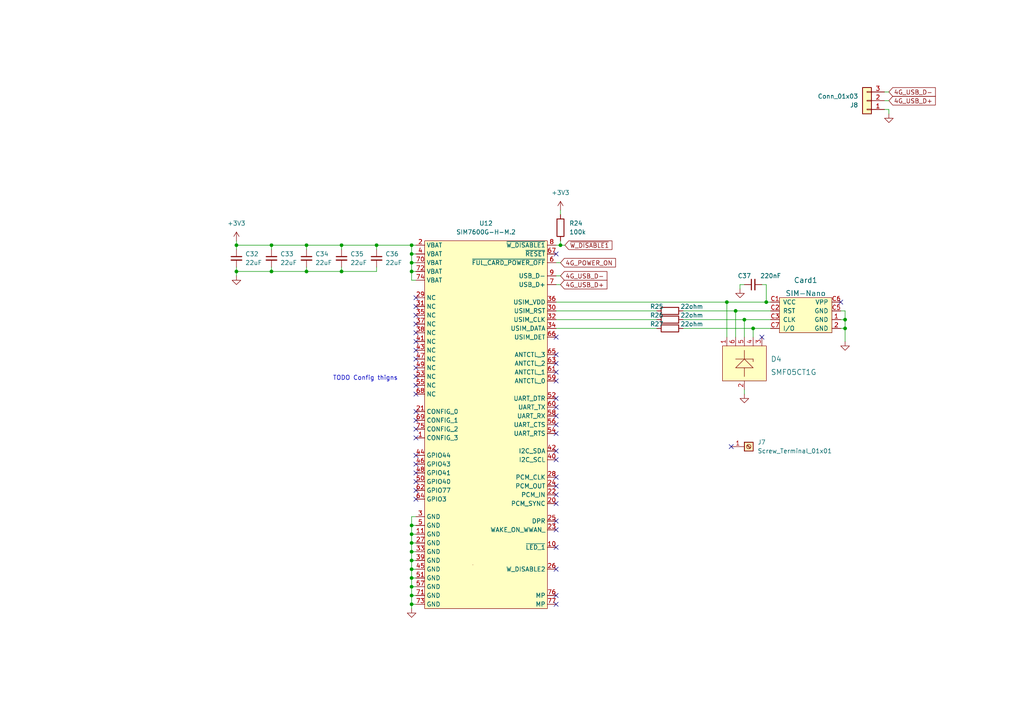
<source format=kicad_sch>
(kicad_sch (version 20230121) (generator eeschema)
  (paper "A4")
  (lib_symbols
    (symbol "Connector:Screw_Terminal_01x01" (pin_names (offset 1.016) hide)
      (property "Reference" "J" (at 0 2.54 0))
      (property "Value" "Screw_Terminal_01x01" (at 0 -2.54 0))
      (symbol "Screw_Terminal_01x01_1_1"
        (rectangle (start -1.27 1.27) (end 1.27 -1.27) (stroke (width 0.254)) (fill (type background)))
        (polyline (pts (xy -0.5334 0.3302) (xy 0.3302 -0.508)) (stroke (width 0.1524)))
        (polyline (pts (xy -0.3556 0.508) (xy 0.508 -0.3302)) (stroke (width 0.1524)))
        (circle (center 0 0) (radius 0.635) (stroke (width 0.1524)))
        (pin passive line (at -5.08 0 0) (length 3.81) (name "Pin_1") (number "1"))
      )
    )
    (symbol "Connector_Generic:Conn_01x03" (pin_names (offset 1.016) hide)
      (property "Reference" "J" (at 0 5.08 0))
      (property "Value" "Conn_01x03" (at 0 -5.08 0))
      (symbol "Conn_01x03_1_1"
        (rectangle (start -1.27 -2.413) (end 0 -2.667) (stroke (width 0.1524)))
        (rectangle (start -1.27 0.127) (end 0 -0.127) (stroke (width 0.1524)))
        (rectangle (start -1.27 2.667) (end 0 2.413) (stroke (width 0.1524)))
        (rectangle (start -1.27 3.81) (end 1.27 -3.81) (stroke (width 0.254)) (fill (type background)))
        (pin passive line (at -5.08 2.54 0) (length 3.81) (name "Pin_1") (number "1"))
        (pin passive line (at -5.08 0 0) (length 3.81) (name "Pin_2") (number "2"))
        (pin passive line (at -5.08 -2.54 0) (length 3.81) (name "Pin_3") (number "3"))
      )
    )
    (symbol "Device:C_Small" (pin_numbers hide) (pin_names (offset 0.254) hide)
      (property "Reference" "C" (at 0.254 1.778 0))
      (property "Value" "C_Small" (at 0.254 -2.032 0))
      (symbol "C_Small_0_1"
        (polyline (pts (xy -1.524 -0.508) (xy 1.524 -0.508)) (stroke (width 0.3302)))
        (polyline (pts (xy -1.524 0.508) (xy 1.524 0.508)) (stroke (width 0.3048)))
      )
      (symbol "C_Small_1_1"
        (pin passive line (at 0 2.54 270) (length 2.032) (name "~") (number "1"))
        (pin passive line (at 0 -2.54 90) (length 2.032) (name "~") (number "2"))
      )
    )
    (symbol "Device:R" (pin_numbers hide) (pin_names (offset 0))
      (property "Reference" "R" (at 2.032 0 90))
      (property "Value" "R" (at 0 0 90))
      (symbol "R_0_1"
        (rectangle (start -1.016 -2.54) (end 1.016 2.54) (stroke (width 0.254)))
      )
      (symbol "R_1_1"
        (pin passive line (at 0 3.81 270) (length 1.27) (name "~") (number "1"))
        (pin passive line (at 0 -3.81 90) (length 1.27) (name "~") (number "2"))
      )
    )
    (symbol "cacophony-symbols:SIM-Nano" (pin_names (offset 1.016))
      (property "Reference" "Card?" (at 0 8.89 0))
      (property "Value" "SIM-Nano" (at 1.27 6.35 0))
      (symbol "SIM-Nano_1_1"
        (rectangle (start -7.62 5.08) (end 7.62 -5.08) (fill (type background)))
        (pin input line (at 10.16 -1.27 180) (length 2.54) (name "GND") (number "1"))
        (pin input line (at 10.16 -3.81 180) (length 2.54) (name "GND") (number "2"))
        (pin unspecified line (at -10.16 3.81 0) (length 2.54) (name "VCC") (number "C1"))
        (pin unspecified line (at -10.16 1.27 0) (length 2.54) (name "RST") (number "C2"))
        (pin unspecified line (at -10.16 -1.27 0) (length 2.54) (name "CLK") (number "C3"))
        (pin unspecified line (at 10.16 1.27 180) (length 2.54) (name "GND") (number "C5"))
        (pin unspecified line (at 10.16 3.81 180) (length 2.54) (name "VPP") (number "C6"))
        (pin unspecified line (at -10.16 -3.81 0) (length 2.54) (name "I/O") (number "C7"))
      )
    )
    (symbol "cacophony-symbols:SIM7600G-H-M.2"
      (property "Reference" "U" (at 0 11.43 0))
      (property "Value" "SIM7600G-H-M.2" (at 0 8.89 0))
      (symbol "SIM7600G-H-M.2_0_1"
        (rectangle (start -12.7 -1.27) (end 22.86 -107.95) (fill (type background)))
        (rectangle (start 1.27 -95.25) (end 1.27 -95.25))
      )
      (symbol "SIM7600G-H-M.2_1_1"
        (pin input line (at -15.24 -58.42 0) (length 2.54) (name "CONFIG_3") (number "1"))
        (pin input line (at 25.4 -90.17 180) (length 2.54) (name "~{LED_1}") (number "10"))
        (pin input line (at -15.24 -86.36 0) (length 2.54) (name "GND") (number "11"))
        (pin input line (at -15.24 -2.54 0) (length 2.54) (name "VBAT") (number "2"))
        (pin input line (at 25.4 -77.47 180) (length 2.54) (name "PCM_SYNC") (number "20"))
        (pin input line (at -15.24 -50.8 0) (length 2.54) (name "CONFIG_0") (number "21"))
        (pin input line (at 25.4 -74.93 180) (length 2.54) (name "PCM_IN") (number "22"))
        (pin input line (at 25.4 -85.09 180) (length 2.54) (name "WAKE_ON_WWAN_") (number "23"))
        (pin input line (at 25.4 -72.39 180) (length 2.54) (name "PCM_OUT") (number "24"))
        (pin input line (at 25.4 -82.55 180) (length 2.54) (name "DPR") (number "25"))
        (pin input line (at 25.4 -96.52 180) (length 2.54) (name "W_DISABLE2") (number "26"))
        (pin input line (at -15.24 -88.9 0) (length 2.54) (name "GND") (number "27"))
        (pin input line (at 25.4 -69.85 180) (length 2.54) (name "PCM_CLK") (number "28"))
        (pin input line (at -15.24 -17.78 0) (length 2.54) (name "NC") (number "29"))
        (pin input line (at -15.24 -81.28 0) (length 2.54) (name "GND") (number "3"))
        (pin input line (at 25.4 -21.59 180) (length 2.54) (name "USIM_RST") (number "30"))
        (pin input line (at -15.24 -20.32 0) (length 2.54) (name "NC") (number "31"))
        (pin input line (at 25.4 -24.13 180) (length 2.54) (name "USIM_CLK") (number "32"))
        (pin input line (at -15.24 -91.44 0) (length 2.54) (name "GND") (number "33"))
        (pin input line (at 25.4 -26.67 180) (length 2.54) (name "USIM_DATA") (number "34"))
        (pin input line (at -15.24 -22.86 0) (length 2.54) (name "NC") (number "35"))
        (pin input line (at 25.4 -19.05 180) (length 2.54) (name "USIM_VDD") (number "36"))
        (pin input line (at -15.24 -25.4 0) (length 2.54) (name "NC") (number "37"))
        (pin input line (at -15.24 -27.94 0) (length 2.54) (name "NC") (number "38"))
        (pin input line (at -15.24 -93.98 0) (length 2.54) (name "GND") (number "39"))
        (pin input line (at -15.24 -5.08 0) (length 2.54) (name "VBAT") (number "4"))
        (pin passive line (at 25.4 -64.77 180) (length 2.54) (name "I2C_SCL") (number "40"))
        (pin input line (at -15.24 -30.48 0) (length 2.54) (name "NC") (number "41"))
        (pin passive line (at 25.4 -62.23 180) (length 2.54) (name "I2C_SDA") (number "42"))
        (pin input line (at -15.24 -33.02 0) (length 2.54) (name "NC") (number "43"))
        (pin input line (at -15.24 -63.5 0) (length 2.54) (name "GPIO44") (number "44"))
        (pin input line (at -15.24 -96.52 0) (length 2.54) (name "GND") (number "45"))
        (pin input line (at -15.24 -66.04 0) (length 2.54) (name "GPIO43") (number "46"))
        (pin input line (at -15.24 -35.56 0) (length 2.54) (name "NC") (number "47"))
        (pin input line (at -15.24 -68.58 0) (length 2.54) (name "GPIO41") (number "48"))
        (pin input line (at -15.24 -38.1 0) (length 2.54) (name "NC") (number "49"))
        (pin input line (at -15.24 -83.82 0) (length 2.54) (name "GND") (number "5"))
        (pin input line (at -15.24 -71.12 0) (length 2.54) (name "GPIO40") (number "50"))
        (pin input line (at -15.24 -99.06 0) (length 2.54) (name "GND") (number "51"))
        (pin input line (at 25.4 -46.99 180) (length 2.54) (name "UART_DTR") (number "52"))
        (pin input line (at -15.24 -40.64 0) (length 2.54) (name "NC") (number "53"))
        (pin input line (at 25.4 -57.15 180) (length 2.54) (name "UART_RTS") (number "54"))
        (pin input line (at -15.24 -43.18 0) (length 2.54) (name "NC") (number "55"))
        (pin input line (at 25.4 -54.61 180) (length 2.54) (name "UART_CTS") (number "56"))
        (pin input line (at -15.24 -101.6 0) (length 2.54) (name "GND") (number "57"))
        (pin passive line (at 25.4 -52.07 180) (length 2.54) (name "UART_RX") (number "58"))
        (pin input line (at 25.4 -41.91 180) (length 2.54) (name "ANTCTL_0") (number "59"))
        (pin input line (at 25.4 -7.62 180) (length 2.54) (name "~{FUL_CARD_POWER_OFF}") (number "6"))
        (pin passive line (at 25.4 -49.53 180) (length 2.54) (name "UART_TX") (number "60"))
        (pin input line (at 25.4 -39.37 180) (length 2.54) (name "ANTCTL_1") (number "61"))
        (pin input line (at -15.24 -73.66 0) (length 2.54) (name "GPIO77") (number "62"))
        (pin input line (at 25.4 -36.83 180) (length 2.54) (name "ANTCTL_2") (number "63"))
        (pin input line (at -15.24 -76.2 0) (length 2.54) (name "GPIO3") (number "64"))
        (pin input line (at 25.4 -34.29 180) (length 2.54) (name "ANTCTL_3") (number "65"))
        (pin input line (at 25.4 -29.21 180) (length 2.54) (name "USIM_DET") (number "66"))
        (pin input line (at 25.4 -5.08 180) (length 2.54) (name "~{RESET}") (number "67"))
        (pin input line (at -15.24 -45.72 0) (length 2.54) (name "NC") (number "68"))
        (pin input line (at -15.24 -53.34 0) (length 2.54) (name "CONFIG_1") (number "69"))
        (pin input line (at 25.4 -13.97 180) (length 2.54) (name "USB_D+") (number "7"))
        (pin input line (at -15.24 -7.62 0) (length 2.54) (name "VBAT") (number "70"))
        (pin input line (at -15.24 -104.14 0) (length 2.54) (name "GND") (number "71"))
        (pin input line (at -15.24 -10.16 0) (length 2.54) (name "VBAT") (number "72"))
        (pin input line (at -15.24 -106.68 0) (length 2.54) (name "GND") (number "73"))
        (pin input line (at -15.24 -12.7 0) (length 2.54) (name "VBAT") (number "74"))
        (pin input line (at -15.24 -55.88 0) (length 2.54) (name "CONFIG_2") (number "75"))
        (pin input line (at 25.4 -104.14 180) (length 2.54) (name "MP") (number "76"))
        (pin input line (at 25.4 -106.68 180) (length 2.54) (name "MP") (number "77"))
        (pin input line (at 25.4 -2.54 180) (length 2.54) (name "~{W_DISABLE1}") (number "8"))
        (pin input line (at 25.4 -11.43 180) (length 2.54) (name "USB_D-") (number "9"))
      )
    )
    (symbol "cacophony-symbols:SMF05CT1G" (pin_names (offset 1.016))
      (property "Reference" "D?" (at 0 12.7 0))
      (property "Value" "SMF05CT1G" (at 0 -12.7 0))
      (symbol "SMF05CT1G_0_1"
        (rectangle (start -6.35 3.81) (end 6.35 -6.35) (fill (type background)))
        (polyline (pts (xy 0 -2.54) (xy 0 -5.08)))
        (polyline (pts (xy 0 0) (xy 0 2.54)))
      )
      (symbol "SMF05CT1G_1_1"
        (polyline (pts (xy -2.54 0) (xy 2.54 0)))
        (polyline (pts (xy 2.54 0) (xy 2.54 -0.762)))
        (polyline (pts (xy 2.54 -2.54) (xy 0 0) (xy -2.54 -2.54) (xy 2.54 -2.54)) (fill (type background)))
        (pin input line (at -5.08 6.35 270) (length 2.54) (name "") (number "1"))
        (pin input line (at 0 -8.89 90) (length 2.54) (name "") (number "2"))
        (pin input line (at 5.08 6.35 270) (length 2.54) (name "") (number "3"))
        (pin input line (at 2.54 6.35 270) (length 2.54) (name "") (number "4"))
        (pin input line (at 0 6.35 270) (length 2.54) (name "") (number "5"))
        (pin input line (at -2.54 6.35 270) (length 2.54) (name "") (number "6"))
      )
    )
    (symbol "power:+3V3" (power) (pin_names (offset 0))
      (property "Value" "+3V3" (at 0 3.556 0))
      (symbol "+3V3_0_1"
        (polyline (pts (xy -0.762 1.27) (xy 0 2.54)))
        (polyline (pts (xy 0 0) (xy 0 2.54)))
        (polyline (pts (xy 0 2.54) (xy 0.762 1.27)))
      )
      (symbol "+3V3_1_1"
        (pin power_in line (at 0 0 90) (length 0) hide (name "+3V3") (number "1"))
      )
    )
    (symbol "power:GND" (power) (pin_names (offset 0))
      (property "Value" "GND" (at 0 -3.81 0))
      (symbol "GND_0_1"
        (polyline (pts (xy 0 0) (xy 0 -1.27) (xy 1.27 -1.27) (xy 0 -2.54) (xy -1.27 -1.27) (xy 0 -1.27)))
      )
      (symbol "GND_1_1"
        (pin power_in line (at 0 0 270) (length 0) hide (name "GND") (number "1"))
      )
    )
  )
  (junction (at 119.38 157.48))
  (junction (at 119.38 175.26))
  (junction (at 88.9 78.74))
  (junction (at 119.38 165.1))
  (junction (at 88.9 71.12))
  (junction (at 99.06 78.74))
  (junction (at 119.38 172.72))
  (junction (at 119.38 78.74))
  (junction (at 99.06 71.12))
  (junction (at 162.56 71.12))
  (junction (at 245.11 92.71))
  (junction (at 213.36 90.17))
  (junction (at 119.38 162.56))
  (junction (at 119.38 167.64))
  (junction (at 109.22 71.12))
  (junction (at 119.38 73.66))
  (junction (at 210.82 87.63))
  (junction (at 68.58 78.74))
  (junction (at 245.11 95.25))
  (junction (at 119.38 154.94))
  (junction (at 68.58 71.12))
  (junction (at 78.74 78.74))
  (junction (at 222.25 87.63))
  (junction (at 119.38 71.12))
  (junction (at 215.9 92.71))
  (junction (at 119.38 152.4))
  (junction (at 119.38 170.18))
  (junction (at 78.74 71.12))
  (junction (at 119.38 160.02))
  (junction (at 119.38 76.2))
  (junction (at 218.44 95.25))
  (no_connect (at 120.65 132.08))
  (no_connect (at 161.29 130.81))
  (no_connect (at 120.65 106.68))
  (no_connect (at 161.29 115.57))
  (no_connect (at 161.29 133.35))
  (no_connect (at 161.29 107.95))
  (no_connect (at 161.29 175.26))
  (no_connect (at 120.65 111.76))
  (no_connect (at 120.65 101.6))
  (no_connect (at 120.65 96.52))
  (no_connect (at 120.65 104.14))
  (no_connect (at 120.65 91.44))
  (no_connect (at 120.65 127))
  (no_connect (at 120.65 88.9))
  (no_connect (at 161.29 146.05))
  (no_connect (at 120.65 139.7))
  (no_connect (at 161.29 153.67))
  (no_connect (at 120.65 134.62))
  (no_connect (at 120.65 142.24))
  (no_connect (at 161.29 110.49))
  (no_connect (at 120.65 109.22))
  (no_connect (at 161.29 120.65))
  (no_connect (at 120.65 114.3))
  (no_connect (at 243.84 87.63))
  (no_connect (at 212.09 129.54))
  (no_connect (at 161.29 118.11))
  (no_connect (at 120.65 86.36))
  (no_connect (at 161.29 158.75))
  (no_connect (at 161.29 123.19))
  (no_connect (at 161.29 165.1))
  (no_connect (at 161.29 138.43))
  (no_connect (at 161.29 172.72))
  (no_connect (at 120.65 119.38))
  (no_connect (at 161.29 105.41))
  (no_connect (at 120.65 99.06))
  (no_connect (at 161.29 140.97))
  (no_connect (at 120.65 144.78))
  (no_connect (at 120.65 137.16))
  (no_connect (at 161.29 73.66))
  (no_connect (at 161.29 97.79))
  (no_connect (at 161.29 125.73))
  (no_connect (at 161.29 102.87))
  (no_connect (at 161.29 143.51))
  (no_connect (at 120.65 121.92))
  (no_connect (at 120.65 93.98))
  (no_connect (at 120.65 124.46))
  (no_connect (at 161.29 151.13))
  (no_connect (at 220.98 97.79))
  (wire (pts (xy 119.38 78.74) (xy 119.38 81.28)))
  (wire (pts (xy 162.56 69.85) (xy 162.56 71.12)))
  (wire (pts (xy 161.29 76.2) (xy 162.56 76.2)))
  (wire (pts (xy 119.38 157.48) (xy 120.65 157.48)))
  (wire (pts (xy 119.38 152.4) (xy 120.65 152.4)))
  (wire (pts (xy 119.38 167.64) (xy 119.38 165.1)))
  (wire (pts (xy 119.38 165.1) (xy 120.65 165.1)))
  (wire (pts (xy 119.38 71.12) (xy 120.65 71.12)))
  (wire (pts (xy 215.9 92.71) (xy 215.9 97.79)))
  (wire (pts (xy 68.58 71.12) (xy 68.58 72.39)))
  (wire (pts (xy 78.74 78.74) (xy 68.58 78.74)))
  (wire (pts (xy 119.38 175.26) (xy 120.65 175.26)))
  (wire (pts (xy 88.9 71.12) (xy 88.9 72.39)))
  (wire (pts (xy 257.81 29.21) (xy 256.54 29.21)))
  (wire (pts (xy 198.12 95.25) (xy 218.44 95.25)))
  (wire (pts (xy 78.74 77.47) (xy 78.74 78.74)))
  (wire (pts (xy 119.38 176.53) (xy 119.38 175.26)))
  (wire (pts (xy 88.9 78.74) (xy 78.74 78.74)))
  (wire (pts (xy 256.54 31.75) (xy 257.81 31.75)))
  (wire (pts (xy 161.29 95.25) (xy 190.5 95.25)))
  (wire (pts (xy 218.44 95.25) (xy 223.52 95.25)))
  (wire (pts (xy 119.38 78.74) (xy 120.65 78.74)))
  (wire (pts (xy 99.06 71.12) (xy 88.9 71.12)))
  (wire (pts (xy 109.22 71.12) (xy 109.22 72.39)))
  (wire (pts (xy 119.38 71.12) (xy 109.22 71.12)))
  (wire (pts (xy 243.84 95.25) (xy 245.11 95.25)))
  (wire (pts (xy 119.38 165.1) (xy 119.38 162.56)))
  (wire (pts (xy 109.22 78.74) (xy 99.06 78.74)))
  (wire (pts (xy 245.11 90.17) (xy 245.11 92.71)))
  (wire (pts (xy 119.38 170.18) (xy 119.38 167.64)))
  (wire (pts (xy 220.98 82.55) (xy 222.25 82.55)))
  (wire (pts (xy 119.38 170.18) (xy 120.65 170.18)))
  (wire (pts (xy 119.38 167.64) (xy 120.65 167.64)))
  (wire (pts (xy 222.25 87.63) (xy 223.52 87.63)))
  (wire (pts (xy 68.58 69.85) (xy 68.58 71.12)))
  (wire (pts (xy 119.38 73.66) (xy 120.65 73.66)))
  (wire (pts (xy 222.25 87.63) (xy 222.25 82.55)))
  (wire (pts (xy 213.36 90.17) (xy 223.52 90.17)))
  (wire (pts (xy 119.38 154.94) (xy 120.65 154.94)))
  (wire (pts (xy 99.06 78.74) (xy 88.9 78.74)))
  (wire (pts (xy 245.11 95.25) (xy 245.11 92.71)))
  (wire (pts (xy 198.12 92.71) (xy 215.9 92.71)))
  (wire (pts (xy 210.82 87.63) (xy 222.25 87.63)))
  (wire (pts (xy 257.81 31.75) (xy 257.81 33.02)))
  (wire (pts (xy 119.38 71.12) (xy 119.38 73.66)))
  (wire (pts (xy 119.38 160.02) (xy 120.65 160.02)))
  (wire (pts (xy 243.84 90.17) (xy 245.11 90.17)))
  (wire (pts (xy 245.11 99.06) (xy 245.11 95.25)))
  (wire (pts (xy 162.56 60.96) (xy 162.56 62.23)))
  (wire (pts (xy 119.38 162.56) (xy 119.38 160.02)))
  (wire (pts (xy 78.74 71.12) (xy 78.74 72.39)))
  (wire (pts (xy 119.38 175.26) (xy 119.38 172.72)))
  (wire (pts (xy 119.38 154.94) (xy 119.38 152.4)))
  (wire (pts (xy 119.38 81.28) (xy 120.65 81.28)))
  (wire (pts (xy 161.29 92.71) (xy 190.5 92.71)))
  (wire (pts (xy 68.58 77.47) (xy 68.58 78.74)))
  (wire (pts (xy 119.38 149.86) (xy 120.65 149.86)))
  (wire (pts (xy 119.38 162.56) (xy 120.65 162.56)))
  (wire (pts (xy 119.38 172.72) (xy 119.38 170.18)))
  (wire (pts (xy 99.06 71.12) (xy 99.06 72.39)))
  (wire (pts (xy 119.38 160.02) (xy 119.38 157.48)))
  (wire (pts (xy 198.12 90.17) (xy 213.36 90.17)))
  (wire (pts (xy 161.29 82.55) (xy 162.56 82.55)))
  (wire (pts (xy 162.56 71.12) (xy 163.83 71.12)))
  (wire (pts (xy 161.29 87.63) (xy 210.82 87.63)))
  (wire (pts (xy 88.9 77.47) (xy 88.9 78.74)))
  (wire (pts (xy 88.9 71.12) (xy 78.74 71.12)))
  (wire (pts (xy 162.56 71.12) (xy 161.29 71.12)))
  (wire (pts (xy 257.81 26.67) (xy 256.54 26.67)))
  (wire (pts (xy 119.38 73.66) (xy 119.38 76.2)))
  (wire (pts (xy 109.22 71.12) (xy 99.06 71.12)))
  (wire (pts (xy 68.58 78.74) (xy 68.58 80.01)))
  (wire (pts (xy 109.22 77.47) (xy 109.22 78.74)))
  (wire (pts (xy 213.36 90.17) (xy 213.36 97.79)))
  (wire (pts (xy 215.9 82.55) (xy 214.63 82.55)))
  (wire (pts (xy 210.82 87.63) (xy 210.82 97.79)))
  (wire (pts (xy 161.29 90.17) (xy 190.5 90.17)))
  (wire (pts (xy 119.38 76.2) (xy 120.65 76.2)))
  (wire (pts (xy 78.74 71.12) (xy 68.58 71.12)))
  (wire (pts (xy 119.38 152.4) (xy 119.38 149.86)))
  (wire (pts (xy 218.44 95.25) (xy 218.44 97.79)))
  (wire (pts (xy 119.38 76.2) (xy 119.38 78.74)))
  (wire (pts (xy 99.06 77.47) (xy 99.06 78.74)))
  (wire (pts (xy 119.38 172.72) (xy 120.65 172.72)))
  (wire (pts (xy 243.84 92.71) (xy 245.11 92.71)))
  (wire (pts (xy 119.38 157.48) (xy 119.38 154.94)))
  (wire (pts (xy 215.9 92.71) (xy 223.52 92.71)))
  (wire (pts (xy 214.63 82.55) (xy 214.63 83.82)))
  (wire (pts (xy 161.29 80.01) (xy 162.56 80.01)))
  (wire (pts (xy 215.9 113.03) (xy 215.9 114.3)))
  (text "TODO Config thigns" (at 96.52 110.49 0) (effects (font (size 1.27 1.27)) (justify left bottom)))
  (global_label "4G_USB_D-" (shape input) (at 257.81 26.67 0) (property "Intersheetrefs" "${INTERSHEET_REFS}" (effects hide)))
  (global_label "4G_USB_D-" (shape input) (at 162.56 80.01 0) (property "Intersheetrefs" "${INTERSHEET_REFS}" (effects hide)))
  (global_label "4G_POWER_ON" (shape input) (at 162.56 76.2 0) (property "Intersheetrefs" "${INTERSHEET_REFS}" (effects hide)))
  (global_label "~{W_DISABLE1}" (shape input) (at 163.83 71.12 0) (property "Intersheetrefs" "${INTERSHEET_REFS}" (effects hide)))
  (global_label "4G_USB_D+" (shape input) (at 257.81 29.21 0) (property "Intersheetrefs" "${INTERSHEET_REFS}" (effects hide)))
  (global_label "4G_USB_D+" (shape input) (at 162.56 82.55 0) (property "Intersheetrefs" "${INTERSHEET_REFS}" (effects hide)))
  (symbol (lib_id "Connector_Generic:Conn_01x03") (at 251.46 29.21 180) (unit 1) (in_bom no)
    (property "Reference" "J8" (at 248.92 30.4801 0) (effects (justify left)))
    (property "Value" "Conn_01x03" (at 248.92 27.9401 0) (effects (justify left)))
    (property "Footprint" "Connector_PinHeader_2.54mm:PinHeader_1x03_P2.54mm_Vertical" (effects hide))
  )
  (symbol (lib_id "Device:R") (at 194.31 92.71 90) (unit 1)
    (property "Reference" "R26" (at 190.5 91.44 90))
    (property "Value" "22ohm" (at 200.66 91.44 90))
    (property "Footprint" "Resistor_SMD:R_0402_1005Metric" (effects hide))
    (property "LCSC" "C25092" (effects hide))
  )
  (symbol (lib_id "cacophony-symbols:SIM-Nano") (at 233.68 91.44 0) (unit 1)
    (property "Reference" "Card1" (at 233.68 81.28 0) (effects (font (size 1.524 1.524))))
    (property "Value" "SIM-Nano" (at 233.68 85.09 0) (effects (font (size 1.524 1.524))))
    (property "Footprint" "cacophony-footprints:SIM-Nano" (effects hide))
    (property "Datasheet" "https://lcsc.com/product-detail/Card-Sockets_SIMDeck_C125618.html" (effects hide))
    (property "Manufacturer" "SOFNG" (effects hide))
    (property "LCSC" "C266889" (effects hide))
    (property "JLC Part" "Extended Part" (effects hide))
  )
  (symbol (lib_id "power:GND") (at 257.81 33.02 0) (unit 1)
    (property "Reference" "#PWR079" (effects hide))
    (property "Value" "GND" (effects hide))
  )
  (symbol (lib_id "Device:C_Small") (at 99.06 74.93 0) (unit 1)
    (property "Reference" "C35" (at 101.6 73.6662 0) (effects (justify left)))
    (property "Value" "22uF" (at 101.6 76.2062 0) (effects (justify left)))
    (property "Footprint" "Capacitor_SMD:C_0603_1608Metric" (effects hide))
    (property "LCSC" "C86295" (effects hide))
  )
  (symbol (lib_id "Device:C_Small") (at 109.22 74.93 0) (unit 1)
    (property "Reference" "C36" (at 111.76 73.6662 0) (effects (justify left)))
    (property "Value" "22uF" (at 111.76 76.2062 0) (effects (justify left)))
    (property "Footprint" "Capacitor_SMD:C_0603_1608Metric" (effects hide))
    (property "LCSC" "C86295" (effects hide))
  )
  (symbol (lib_id "Device:R") (at 194.31 95.25 90) (unit 1)
    (property "Reference" "R27" (at 190.5 93.98 90))
    (property "Value" "22ohm" (at 200.66 93.98 90))
    (property "Footprint" "Resistor_SMD:R_0402_1005Metric" (effects hide))
    (property "LCSC" "C25092" (effects hide))
  )
  (symbol (lib_id "Device:R") (at 194.31 90.17 90) (unit 1)
    (property "Reference" "R25" (at 190.5 88.9 90))
    (property "Value" "22ohm" (at 200.66 88.9 90))
    (property "Footprint" "Resistor_SMD:R_0402_1005Metric" (effects hide))
    (property "LCSC" "C25092" (effects hide))
  )
  (symbol (lib_id "power:+3V3") (at 68.58 69.85 0) (unit 1)
    (property "Reference" "#PWR072" (effects hide))
    (property "Value" "+3V3" (at 68.58 64.77 0))
  )
  (symbol (lib_id "Device:C_Small") (at 218.44 82.55 90) (unit 1)
    (property "Reference" "C37" (at 215.9 80.01 90))
    (property "Value" "220nF" (at 223.52 80.01 90))
    (property "Footprint" "Capacitor_SMD:C_0402_1005Metric" (effects hide))
    (property "LCSC" "C16772" (effects hide))
  )
  (symbol (lib_id "power:GND") (at 119.38 176.53 0) (unit 1)
    (property "Reference" "#PWR074" (effects hide))
    (property "Value" "GND" (effects hide))
  )
  (symbol (lib_id "power:GND") (at 245.11 99.06 0) (unit 1)
    (property "Reference" "#PWR078" (effects hide))
    (property "Value" "GND" (effects hide))
  )
  (symbol (lib_id "Device:C_Small") (at 88.9 74.93 0) (unit 1)
    (property "Reference" "C34" (at 91.44 73.6662 0) (effects (justify left)))
    (property "Value" "22uF" (at 91.44 76.2062 0) (effects (justify left)))
    (property "Footprint" "Capacitor_SMD:C_0603_1608Metric" (effects hide))
    (property "LCSC" "C86295" (effects hide))
  )
  (symbol (lib_id "power:+3V3") (at 162.56 60.96 0) (unit 1)
    (property "Reference" "#PWR075" (effects hide))
    (property "Value" "+3V3" (at 162.56 55.88 0))
  )
  (symbol (lib_id "cacophony-symbols:SMF05CT1G") (at 215.9 104.14 0) (unit 1)
    (property "Reference" "D4" (at 223.52 104.14 0) (effects (font (size 1.524 1.524)) (justify left)))
    (property "Value" "SMF05CT1G" (at 223.52 107.95 0) (effects (font (size 1.524 1.524)) (justify left)))
    (property "Footprint" "cacophony-footprints:SOT-363_L2.0-W1.3-P0.65-LS2.1-TL" (effects hide))
    (property "Datasheet" "https://lcsc.com/product-detail/TVS_ON_SMF05CT1G_SMF05CT1G_C15879.html" (effects hide))
    (property "Manufacturer" "ON" (effects hide))
    (property "LCSC" "C15879" (effects hide))
  )
  (symbol (lib_id "Device:C_Small") (at 78.74 74.93 0) (unit 1)
    (property "Reference" "C33" (at 81.28 73.6662 0) (effects (justify left)))
    (property "Value" "22uF" (at 81.28 76.2062 0) (effects (justify left)))
    (property "Footprint" "Capacitor_SMD:C_0603_1608Metric" (effects hide))
    (property "LCSC" "C86295" (effects hide))
  )
  (symbol (lib_id "power:GND") (at 214.63 83.82 0) (unit 1)
    (property "Reference" "#PWR076" (effects hide))
    (property "Value" "GND" (effects hide))
  )
  (symbol (lib_id "Device:R") (at 162.56 66.04 0) (unit 1)
    (property "Reference" "R24" (at 165.1 64.7699 0) (effects (justify left)))
    (property "Value" "100k" (at 165.1 67.3099 0) (effects (justify left)))
    (property "Footprint" "Resistor_SMD:R_0402_1005Metric" (effects hide))
    (property "LCSC" "C25741" (effects hide))
  )
  (symbol (lib_id "power:GND") (at 215.9 114.3 0) (unit 1)
    (property "Reference" "#PWR077" (effects hide))
    (property "Value" "GND" (effects hide))
  )
  (symbol (lib_id "power:GND") (at 68.58 80.01 0) (unit 1)
    (property "Reference" "#PWR073" (effects hide))
    (property "Value" "GND" (effects hide))
  )
  (symbol (lib_id "Connector:Screw_Terminal_01x01") (at 217.17 129.54 0) (unit 1)
    (property "Reference" "J7" (at 219.71 128.27 0) (effects (justify left)))
    (property "Value" "Screw_Terminal_01x01" (at 219.71 130.8099 0) (effects (justify left)))
    (property "Footprint" "cacophony-library:SMD_BD4.4-L4.4-D2.8" (effects hide))
    (property "LCSC" "C2928178" (effects hide))
  )
  (symbol (lib_id "Device:C_Small") (at 68.58 74.93 0) (unit 1)
    (property "Reference" "C32" (at 71.12 73.6662 0) (effects (justify left)))
    (property "Value" "22uF" (at 71.12 76.2062 0) (effects (justify left)))
    (property "Footprint" "Capacitor_SMD:C_0603_1608Metric" (effects hide))
    (property "LCSC" "C86295" (effects hide))
  )
  (symbol (lib_id "cacophony-symbols:SIM7600G-H-M.2") (at 135.89 68.58 0) (unit 1)
    (property "Reference" "U12" (at 140.97 64.77 0))
    (property "Value" "SIM7600G-H-M.2" (at 140.97 67.31 0))
    (property "Footprint" "cacophony-footprints:M.2" (effects hide))
    (property "LCSC" "C2761526" (effects hide))
  )
)
</source>
